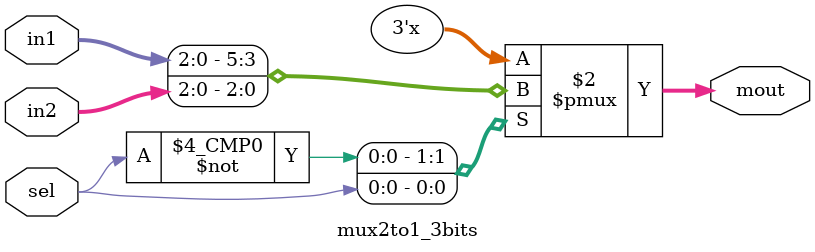
<source format=v>
module mux2to1_3bits(input [2:0] in1, input [2:0] in2,input sel, output reg [2:0] mout);
 always@(in1 or in2 or sel)
    begin
      case(sel)
        1'b0: mout=in1;
        1'b1: mout=in2;
      endcase
  end
endmodule  
</source>
